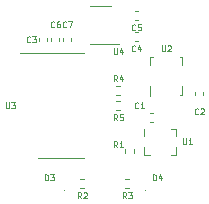
<source format=gbr>
%TF.GenerationSoftware,KiCad,Pcbnew,(5.1.7)-1*%
%TF.CreationDate,2021-04-19T22:56:07+02:00*%
%TF.ProjectId,TMA,544d412e-6b69-4636-9164-5f7063625858,rev?*%
%TF.SameCoordinates,Original*%
%TF.FileFunction,Legend,Top*%
%TF.FilePolarity,Positive*%
%FSLAX46Y46*%
G04 Gerber Fmt 4.6, Leading zero omitted, Abs format (unit mm)*
G04 Created by KiCad (PCBNEW (5.1.7)-1) date 2021-04-19 22:56:07*
%MOMM*%
%LPD*%
G01*
G04 APERTURE LIST*
%ADD10C,0.120000*%
%ADD11C,0.100000*%
%ADD12C,0.125000*%
%ADD13C,0.150000*%
G04 APERTURE END LIST*
D10*
%TO.C,U4*%
X75576000Y-41570000D02*
X73776000Y-41570000D01*
X73776000Y-44790000D02*
X76226000Y-44790000D01*
%TO.C,U3*%
X71374000Y-54473000D02*
X73324000Y-54473000D01*
X71374000Y-54473000D02*
X69424000Y-54473000D01*
X71374000Y-45603000D02*
X73324000Y-45603000D01*
X71374000Y-45603000D02*
X67924000Y-45603000D01*
D11*
%TO.C,U2*%
X78914000Y-49198000D02*
X78914000Y-48378000D01*
X81614000Y-49098000D02*
X81614000Y-48378000D01*
X81614000Y-49098000D02*
X81394000Y-49098000D01*
X81394000Y-45898000D02*
X81614000Y-45898000D01*
X81614000Y-45898000D02*
X81614000Y-46618000D01*
X78914000Y-46618000D02*
X78914000Y-45898000D01*
X78914000Y-45898000D02*
X79134000Y-45898000D01*
%TO.C,U1*%
X78406000Y-54186000D02*
X78886000Y-54186000D01*
X80626000Y-54186000D02*
X81106000Y-54186000D01*
X81106000Y-54186000D02*
X81106000Y-53546000D01*
X78406000Y-54186000D02*
X78406000Y-53546000D01*
X81106000Y-52626000D02*
X81106000Y-51986000D01*
X80626000Y-51986000D02*
X81106000Y-51986000D01*
X78406000Y-52626000D02*
X78406000Y-51986000D01*
D10*
%TO.C,R5*%
X76353641Y-50418000D02*
X76046359Y-50418000D01*
X76353641Y-49658000D02*
X76046359Y-49658000D01*
%TO.C,R4*%
X76353641Y-49148000D02*
X76046359Y-49148000D01*
X76353641Y-48388000D02*
X76046359Y-48388000D01*
%TO.C,R3*%
X76808359Y-56262000D02*
X77115641Y-56262000D01*
X76808359Y-57022000D02*
X77115641Y-57022000D01*
%TO.C,R2*%
X73305641Y-57022000D02*
X72998359Y-57022000D01*
X73305641Y-56262000D02*
X72998359Y-56262000D01*
%TO.C,R1*%
X76785200Y-54001641D02*
X76785200Y-53694359D01*
X77545200Y-54001641D02*
X77545200Y-53694359D01*
D11*
%TO.C,D4*%
X78536000Y-57224000D02*
G75*
G03*
X78536000Y-57224000I-50000J0D01*
G01*
%TO.C,D3*%
X71678000Y-57224000D02*
G75*
G03*
X71678000Y-57224000I-50000J0D01*
G01*
D10*
%TO.C,C7*%
X72242000Y-44342164D02*
X72242000Y-44557836D01*
X71522000Y-44342164D02*
X71522000Y-44557836D01*
%TO.C,C6*%
X71226000Y-44342164D02*
X71226000Y-44557836D01*
X70506000Y-44342164D02*
X70506000Y-44557836D01*
%TO.C,C5*%
X77616164Y-42058000D02*
X77831836Y-42058000D01*
X77616164Y-42778000D02*
X77831836Y-42778000D01*
%TO.C,C4*%
X77616164Y-43836000D02*
X77831836Y-43836000D01*
X77616164Y-44556000D02*
X77831836Y-44556000D01*
%TO.C,C3*%
X70210000Y-44342164D02*
X70210000Y-44557836D01*
X69490000Y-44342164D02*
X69490000Y-44557836D01*
%TO.C,C2*%
X82698000Y-49129836D02*
X82698000Y-48914164D01*
X83418000Y-49129836D02*
X83418000Y-48914164D01*
%TO.C,C1*%
X79101836Y-51414000D02*
X78886164Y-51414000D01*
X79101836Y-50694000D02*
X78886164Y-50694000D01*
%TO.C,U4*%
D12*
X75819047Y-45192190D02*
X75819047Y-45596952D01*
X75842857Y-45644571D01*
X75866666Y-45668380D01*
X75914285Y-45692190D01*
X76009523Y-45692190D01*
X76057142Y-45668380D01*
X76080952Y-45644571D01*
X76104761Y-45596952D01*
X76104761Y-45192190D01*
X76557142Y-45358857D02*
X76557142Y-45692190D01*
X76438095Y-45168380D02*
X76319047Y-45525523D01*
X76628571Y-45525523D01*
%TO.C,U3*%
X66675047Y-49764190D02*
X66675047Y-50168952D01*
X66698857Y-50216571D01*
X66722666Y-50240380D01*
X66770285Y-50264190D01*
X66865523Y-50264190D01*
X66913142Y-50240380D01*
X66936952Y-50216571D01*
X66960761Y-50168952D01*
X66960761Y-49764190D01*
X67151238Y-49764190D02*
X67460761Y-49764190D01*
X67294095Y-49954666D01*
X67365523Y-49954666D01*
X67413142Y-49978476D01*
X67436952Y-50002285D01*
X67460761Y-50049904D01*
X67460761Y-50168952D01*
X67436952Y-50216571D01*
X67413142Y-50240380D01*
X67365523Y-50264190D01*
X67222666Y-50264190D01*
X67175047Y-50240380D01*
X67151238Y-50216571D01*
%TO.C,U2*%
X79883047Y-44938190D02*
X79883047Y-45342952D01*
X79906857Y-45390571D01*
X79930666Y-45414380D01*
X79978285Y-45438190D01*
X80073523Y-45438190D01*
X80121142Y-45414380D01*
X80144952Y-45390571D01*
X80168761Y-45342952D01*
X80168761Y-44938190D01*
X80383047Y-44985809D02*
X80406857Y-44962000D01*
X80454476Y-44938190D01*
X80573523Y-44938190D01*
X80621142Y-44962000D01*
X80644952Y-44985809D01*
X80668761Y-45033428D01*
X80668761Y-45081047D01*
X80644952Y-45152476D01*
X80359238Y-45438190D01*
X80668761Y-45438190D01*
%TO.C,U1*%
X81661047Y-52812190D02*
X81661047Y-53216952D01*
X81684857Y-53264571D01*
X81708666Y-53288380D01*
X81756285Y-53312190D01*
X81851523Y-53312190D01*
X81899142Y-53288380D01*
X81922952Y-53264571D01*
X81946761Y-53216952D01*
X81946761Y-52812190D01*
X82446761Y-53312190D02*
X82161047Y-53312190D01*
X82303904Y-53312190D02*
X82303904Y-52812190D01*
X82256285Y-52883619D01*
X82208666Y-52931238D01*
X82161047Y-52955047D01*
%TO.C,R5*%
X76116666Y-51280190D02*
X75950000Y-51042095D01*
X75830952Y-51280190D02*
X75830952Y-50780190D01*
X76021428Y-50780190D01*
X76069047Y-50804000D01*
X76092857Y-50827809D01*
X76116666Y-50875428D01*
X76116666Y-50946857D01*
X76092857Y-50994476D01*
X76069047Y-51018285D01*
X76021428Y-51042095D01*
X75830952Y-51042095D01*
X76569047Y-50780190D02*
X76330952Y-50780190D01*
X76307142Y-51018285D01*
X76330952Y-50994476D01*
X76378571Y-50970666D01*
X76497619Y-50970666D01*
X76545238Y-50994476D01*
X76569047Y-51018285D01*
X76592857Y-51065904D01*
X76592857Y-51184952D01*
X76569047Y-51232571D01*
X76545238Y-51256380D01*
X76497619Y-51280190D01*
X76378571Y-51280190D01*
X76330952Y-51256380D01*
X76307142Y-51232571D01*
%TO.C,R4*%
X76116666Y-47978190D02*
X75950000Y-47740095D01*
X75830952Y-47978190D02*
X75830952Y-47478190D01*
X76021428Y-47478190D01*
X76069047Y-47502000D01*
X76092857Y-47525809D01*
X76116666Y-47573428D01*
X76116666Y-47644857D01*
X76092857Y-47692476D01*
X76069047Y-47716285D01*
X76021428Y-47740095D01*
X75830952Y-47740095D01*
X76545238Y-47644857D02*
X76545238Y-47978190D01*
X76426190Y-47454380D02*
X76307142Y-47811523D01*
X76616666Y-47811523D01*
%TO.C,R3*%
X76878666Y-57884190D02*
X76712000Y-57646095D01*
X76592952Y-57884190D02*
X76592952Y-57384190D01*
X76783428Y-57384190D01*
X76831047Y-57408000D01*
X76854857Y-57431809D01*
X76878666Y-57479428D01*
X76878666Y-57550857D01*
X76854857Y-57598476D01*
X76831047Y-57622285D01*
X76783428Y-57646095D01*
X76592952Y-57646095D01*
X77045333Y-57384190D02*
X77354857Y-57384190D01*
X77188190Y-57574666D01*
X77259619Y-57574666D01*
X77307238Y-57598476D01*
X77331047Y-57622285D01*
X77354857Y-57669904D01*
X77354857Y-57788952D01*
X77331047Y-57836571D01*
X77307238Y-57860380D01*
X77259619Y-57884190D01*
X77116761Y-57884190D01*
X77069142Y-57860380D01*
X77045333Y-57836571D01*
%TO.C,R2*%
X73068666Y-57884190D02*
X72902000Y-57646095D01*
X72782952Y-57884190D02*
X72782952Y-57384190D01*
X72973428Y-57384190D01*
X73021047Y-57408000D01*
X73044857Y-57431809D01*
X73068666Y-57479428D01*
X73068666Y-57550857D01*
X73044857Y-57598476D01*
X73021047Y-57622285D01*
X72973428Y-57646095D01*
X72782952Y-57646095D01*
X73259142Y-57431809D02*
X73282952Y-57408000D01*
X73330571Y-57384190D01*
X73449619Y-57384190D01*
X73497238Y-57408000D01*
X73521047Y-57431809D01*
X73544857Y-57479428D01*
X73544857Y-57527047D01*
X73521047Y-57598476D01*
X73235333Y-57884190D01*
X73544857Y-57884190D01*
%TO.C,R1*%
X76116666Y-53566190D02*
X75950000Y-53328095D01*
X75830952Y-53566190D02*
X75830952Y-53066190D01*
X76021428Y-53066190D01*
X76069047Y-53090000D01*
X76092857Y-53113809D01*
X76116666Y-53161428D01*
X76116666Y-53232857D01*
X76092857Y-53280476D01*
X76069047Y-53304285D01*
X76021428Y-53328095D01*
X75830952Y-53328095D01*
X76592857Y-53566190D02*
X76307142Y-53566190D01*
X76450000Y-53566190D02*
X76450000Y-53066190D01*
X76402380Y-53137619D01*
X76354761Y-53185238D01*
X76307142Y-53209047D01*
%TO.C,D4*%
X79132952Y-56360190D02*
X79132952Y-55860190D01*
X79252000Y-55860190D01*
X79323428Y-55884000D01*
X79371047Y-55931619D01*
X79394857Y-55979238D01*
X79418666Y-56074476D01*
X79418666Y-56145904D01*
X79394857Y-56241142D01*
X79371047Y-56288761D01*
X79323428Y-56336380D01*
X79252000Y-56360190D01*
X79132952Y-56360190D01*
X79847238Y-56026857D02*
X79847238Y-56360190D01*
X79728190Y-55836380D02*
X79609142Y-56193523D01*
X79918666Y-56193523D01*
%TO.C,D3*%
X69988952Y-56360190D02*
X69988952Y-55860190D01*
X70108000Y-55860190D01*
X70179428Y-55884000D01*
X70227047Y-55931619D01*
X70250857Y-55979238D01*
X70274666Y-56074476D01*
X70274666Y-56145904D01*
X70250857Y-56241142D01*
X70227047Y-56288761D01*
X70179428Y-56336380D01*
X70108000Y-56360190D01*
X69988952Y-56360190D01*
X70441333Y-55860190D02*
X70750857Y-55860190D01*
X70584190Y-56050666D01*
X70655619Y-56050666D01*
X70703238Y-56074476D01*
X70727047Y-56098285D01*
X70750857Y-56145904D01*
X70750857Y-56264952D01*
X70727047Y-56312571D01*
X70703238Y-56336380D01*
X70655619Y-56360190D01*
X70512761Y-56360190D01*
X70465142Y-56336380D01*
X70441333Y-56312571D01*
%TO.C,C7*%
X71798666Y-43358571D02*
X71774857Y-43382380D01*
X71703428Y-43406190D01*
X71655809Y-43406190D01*
X71584380Y-43382380D01*
X71536761Y-43334761D01*
X71512952Y-43287142D01*
X71489142Y-43191904D01*
X71489142Y-43120476D01*
X71512952Y-43025238D01*
X71536761Y-42977619D01*
X71584380Y-42930000D01*
X71655809Y-42906190D01*
X71703428Y-42906190D01*
X71774857Y-42930000D01*
X71798666Y-42953809D01*
X71965333Y-42906190D02*
X72298666Y-42906190D01*
X72084380Y-43406190D01*
%TO.C,C6*%
X70782666Y-43358571D02*
X70758857Y-43382380D01*
X70687428Y-43406190D01*
X70639809Y-43406190D01*
X70568380Y-43382380D01*
X70520761Y-43334761D01*
X70496952Y-43287142D01*
X70473142Y-43191904D01*
X70473142Y-43120476D01*
X70496952Y-43025238D01*
X70520761Y-42977619D01*
X70568380Y-42930000D01*
X70639809Y-42906190D01*
X70687428Y-42906190D01*
X70758857Y-42930000D01*
X70782666Y-42953809D01*
X71211238Y-42906190D02*
X71116000Y-42906190D01*
X71068380Y-42930000D01*
X71044571Y-42953809D01*
X70996952Y-43025238D01*
X70973142Y-43120476D01*
X70973142Y-43310952D01*
X70996952Y-43358571D01*
X71020761Y-43382380D01*
X71068380Y-43406190D01*
X71163619Y-43406190D01*
X71211238Y-43382380D01*
X71235047Y-43358571D01*
X71258857Y-43310952D01*
X71258857Y-43191904D01*
X71235047Y-43144285D01*
X71211238Y-43120476D01*
X71163619Y-43096666D01*
X71068380Y-43096666D01*
X71020761Y-43120476D01*
X70996952Y-43144285D01*
X70973142Y-43191904D01*
D13*
%TO.C,C5*%
D12*
X77640666Y-43612571D02*
X77616857Y-43636380D01*
X77545428Y-43660190D01*
X77497809Y-43660190D01*
X77426380Y-43636380D01*
X77378761Y-43588761D01*
X77354952Y-43541142D01*
X77331142Y-43445904D01*
X77331142Y-43374476D01*
X77354952Y-43279238D01*
X77378761Y-43231619D01*
X77426380Y-43184000D01*
X77497809Y-43160190D01*
X77545428Y-43160190D01*
X77616857Y-43184000D01*
X77640666Y-43207809D01*
X78093047Y-43160190D02*
X77854952Y-43160190D01*
X77831142Y-43398285D01*
X77854952Y-43374476D01*
X77902571Y-43350666D01*
X78021619Y-43350666D01*
X78069238Y-43374476D01*
X78093047Y-43398285D01*
X78116857Y-43445904D01*
X78116857Y-43564952D01*
X78093047Y-43612571D01*
X78069238Y-43636380D01*
X78021619Y-43660190D01*
X77902571Y-43660190D01*
X77854952Y-43636380D01*
X77831142Y-43612571D01*
%TO.C,C4*%
X77640666Y-45390571D02*
X77616857Y-45414380D01*
X77545428Y-45438190D01*
X77497809Y-45438190D01*
X77426380Y-45414380D01*
X77378761Y-45366761D01*
X77354952Y-45319142D01*
X77331142Y-45223904D01*
X77331142Y-45152476D01*
X77354952Y-45057238D01*
X77378761Y-45009619D01*
X77426380Y-44962000D01*
X77497809Y-44938190D01*
X77545428Y-44938190D01*
X77616857Y-44962000D01*
X77640666Y-44985809D01*
X78069238Y-45104857D02*
X78069238Y-45438190D01*
X77950190Y-44914380D02*
X77831142Y-45271523D01*
X78140666Y-45271523D01*
%TO.C,C3*%
X68750666Y-44628571D02*
X68726857Y-44652380D01*
X68655428Y-44676190D01*
X68607809Y-44676190D01*
X68536380Y-44652380D01*
X68488761Y-44604761D01*
X68464952Y-44557142D01*
X68441142Y-44461904D01*
X68441142Y-44390476D01*
X68464952Y-44295238D01*
X68488761Y-44247619D01*
X68536380Y-44200000D01*
X68607809Y-44176190D01*
X68655428Y-44176190D01*
X68726857Y-44200000D01*
X68750666Y-44223809D01*
X68917333Y-44176190D02*
X69226857Y-44176190D01*
X69060190Y-44366666D01*
X69131619Y-44366666D01*
X69179238Y-44390476D01*
X69203047Y-44414285D01*
X69226857Y-44461904D01*
X69226857Y-44580952D01*
X69203047Y-44628571D01*
X69179238Y-44652380D01*
X69131619Y-44676190D01*
X68988761Y-44676190D01*
X68941142Y-44652380D01*
X68917333Y-44628571D01*
D13*
%TO.C,C2*%
D12*
X82974666Y-50724571D02*
X82950857Y-50748380D01*
X82879428Y-50772190D01*
X82831809Y-50772190D01*
X82760380Y-50748380D01*
X82712761Y-50700761D01*
X82688952Y-50653142D01*
X82665142Y-50557904D01*
X82665142Y-50486476D01*
X82688952Y-50391238D01*
X82712761Y-50343619D01*
X82760380Y-50296000D01*
X82831809Y-50272190D01*
X82879428Y-50272190D01*
X82950857Y-50296000D01*
X82974666Y-50319809D01*
X83165142Y-50319809D02*
X83188952Y-50296000D01*
X83236571Y-50272190D01*
X83355619Y-50272190D01*
X83403238Y-50296000D01*
X83427047Y-50319809D01*
X83450857Y-50367428D01*
X83450857Y-50415047D01*
X83427047Y-50486476D01*
X83141333Y-50772190D01*
X83450857Y-50772190D01*
%TO.C,C1*%
X77894666Y-50216571D02*
X77870857Y-50240380D01*
X77799428Y-50264190D01*
X77751809Y-50264190D01*
X77680380Y-50240380D01*
X77632761Y-50192761D01*
X77608952Y-50145142D01*
X77585142Y-50049904D01*
X77585142Y-49978476D01*
X77608952Y-49883238D01*
X77632761Y-49835619D01*
X77680380Y-49788000D01*
X77751809Y-49764190D01*
X77799428Y-49764190D01*
X77870857Y-49788000D01*
X77894666Y-49811809D01*
X78370857Y-50264190D02*
X78085142Y-50264190D01*
X78228000Y-50264190D02*
X78228000Y-49764190D01*
X78180380Y-49835619D01*
X78132761Y-49883238D01*
X78085142Y-49907047D01*
%TD*%
M02*

</source>
